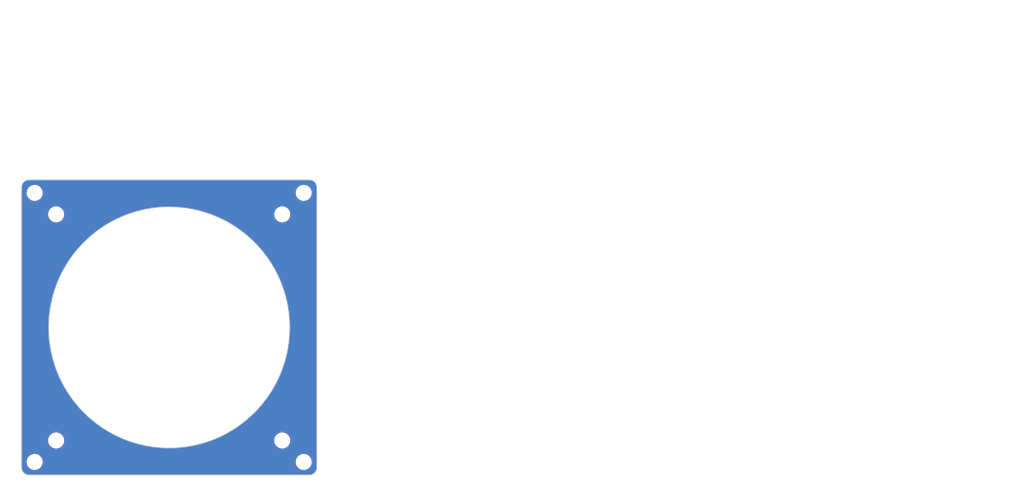
<source format=kicad_pcb>
(kicad_pcb (version 20221018) (generator pcbnew)
  (layers (0 "F.Cu" signal) (31 "B.Cu" signal) (34 "B.Paste" user) (35 "F.Paste" user) (36 "B.SilkS" user "B.Silkscreen") (37 "F.SilkS" user "F.Silkscreen") (38 "B.Mask" user) (39 "F.Mask" user) (44 "Edge.Cuts" user))
  (net 0 "")
  (footprint "MountingHole:MountingHole_2.2mm_M2" (layer "F.Cu") (at 82.175 99.4)
    (fp_text reference "H4" hide)
    (fp_text value "M2")
    (pad "" np_thru_hole circle locked (at 0 0) (size 2.2 2.2) (drill 2.2) (layers "*.Cu" "*.Mask"))
  )
  (footprint "MountingHole:MountingHole_2.2mm_M2" (layer "F.Cu") (at 85.775 57.886 45)
    (fp_text reference "H10" hide)
    (fp_text value "M2")
    (pad "" np_thru_hole circle locked (at 0 0 45) (size 2.2 2.2) (drill 2.2) (layers "*.Cu" "*.Mask"))
  )
  (footprint "MountingHole:MountingHole_2.2mm_M2" (layer "F.Cu") (at 44.261 61.486)
    (fp_text reference "H1" hide)
    (fp_text value "M2")
    (pad "" np_thru_hole circle locked (at 0 0) (size 2.2 2.2) (drill 2.2) (layers "*.Cu" "*.Mask"))
  )
  (footprint "MountingHole:MountingHole_2.2mm_M2" (layer "F.Cu") (at 44.261 99.4)
    (fp_text reference "H2" hide)
    (fp_text value "M2")
    (pad "" np_thru_hole circle locked (at 0 0) (size 2.2 2.2) (drill 2.2) (layers "*.Cu" "*.Mask"))
  )
  (footprint "MountingHole:MountingHole_2.2mm_M2" (layer "F.Cu") (at 82.175 61.486)
    (fp_text reference "H3" hide)
    (fp_text value "M2")
    (pad "" np_thru_hole circle locked (at 0 0) (size 2.2 2.2) (drill 2.2) (layers "*.Cu" "*.Mask"))
  )
  (footprint "MountingHole:MountingHole_2.2mm_M2" (layer "F.Cu") (at 40.661 103 -135)
    (fp_text reference "H9" hide)
    (fp_text value "M2")
    (pad "" np_thru_hole circle locked (at 0 0 225) (size 2.2 2.2) (drill 2.2) (layers "*.Cu" "*.Mask"))
  )
  (footprint "DreaM117er-keebLibrary:Trackpad_Cirque_TM040040" (layer "F.Cu") (at 63.218 80.443 -90)
    (fp_text reference "H5" hide)
    (fp_text value "TM040040")
  )
  (footprint "MountingHole:MountingHole_2.2mm_M2" (layer "F.Cu") (at 40.661 57.886 135)
    (fp_text reference "H8" hide)
    (fp_text value "M2")
    (pad "" np_thru_hole circle locked (at 0 0 135) (size 2.2 2.2) (drill 2.2) (layers "*.Cu" "*.Mask"))
  )
  (footprint "MountingHole:MountingHole_2.2mm_M2" (layer "F.Cu") (at 85.775 103 135)
    (fp_text reference "H11" hide)
    (fp_text value "M2")
    (pad "" np_thru_hole circle locked (at 0 0 135) (size 2.2 2.2) (drill 2.2) (layers "*.Cu" "*.Mask"))
  )
  (gr_line locked (start 86.705 55.686) (end 39.731 55.686) (stroke (width 0.12)) (layer "Edge.Cuts"))
  (gr_arc locked (start 39.731 105.2) (mid 38.832974 104.828026) (end 38.461 103.93) (stroke (width 0.12)) (layer "Edge.Cuts"))
  (gr_arc locked (start 38.461 56.956) (mid 38.832974 56.057974) (end 39.731 55.686) (stroke (width 0.12)) (layer "Edge.Cuts"))
  (gr_line locked (start 87.975 103.93) (end 87.975 56.956) (stroke (width 0.12)) (layer "Edge.Cuts"))
  (gr_circle (center 63.218 80.443) (end 83.418 80.443) (stroke (width 0.1)) (fill none) (layer "Edge.Cuts"))
  (gr_line locked (start 86.705 105.2) (end 39.731 105.2) (stroke (width 0.12)) (layer "Edge.Cuts"))
  (gr_line locked (start 38.461 56.956) (end 38.461 103.93) (stroke (width 0.12)) (layer "Edge.Cuts"))
  (gr_arc locked (start 87.975 103.93) (mid 87.603026 104.828026) (end 86.705 105.2) (stroke (width 0.12)) (layer "Edge.Cuts"))
  (gr_arc locked (start 86.705 55.686) (mid 87.603026 56.057974) (end 87.975 56.956) (stroke (width 0.12)) (layer "Edge.Cuts"))
  (zone (net 0) (net_name "") (layers "F&B.Cu") (connect_pads (clearance 0.5)) (min_thickness 0.25) (fill yes (thermal_gap 0.5) (thermal_bridge_width 0.5))
    (polygon (pts (xy 34.85 25.54) (xy 34.85 108.17) (xy 206.22 108.4) (xy 206.56 25.66)))
  )
)
</source>
